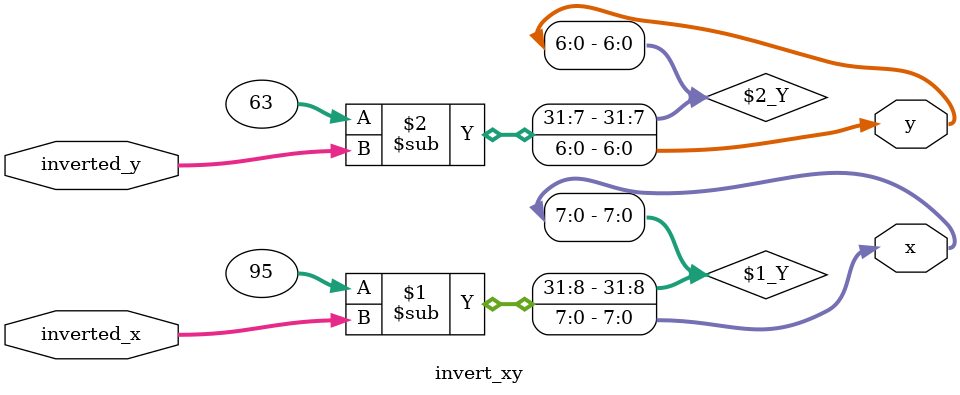
<source format=v>
`timescale 1ns / 1ps


module invert_xy(
    input [7:0] inverted_x,
    input [6:0] inverted_y,
    output [7:0] x,
    output [6:0] y
    );
    assign x = 95 - inverted_x;
    assign y = 63 - inverted_y;
endmodule

</source>
